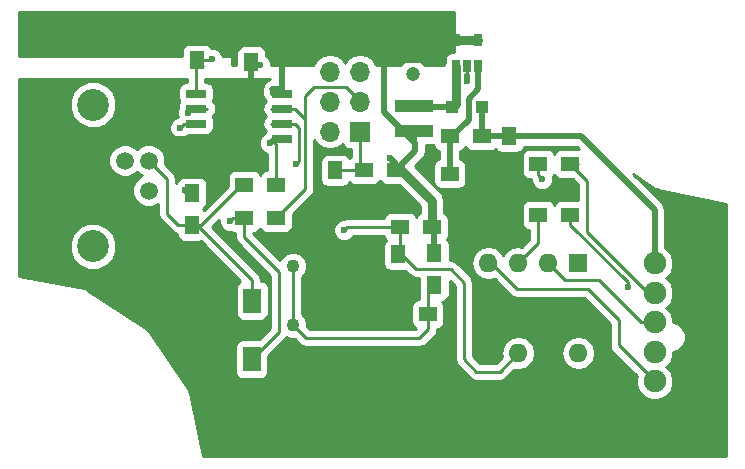
<source format=gbr>
G04 #@! TF.FileFunction,Copper,L1,Top,Signal*
%FSLAX46Y46*%
G04 Gerber Fmt 4.6, Leading zero omitted, Abs format (unit mm)*
G04 Created by KiCad (PCBNEW 4.0.4-stable) date 01/28/17 21:45:27*
%MOMM*%
%LPD*%
G01*
G04 APERTURE LIST*
%ADD10C,0.100000*%
%ADD11R,1.900000X1.900000*%
%ADD12C,1.900000*%
%ADD13R,1.600000X1.600000*%
%ADD14O,1.600000X1.600000*%
%ADD15R,2.500000X2.100000*%
%ADD16R,1.500000X2.100000*%
%ADD17R,0.650000X1.060000*%
%ADD18R,1.500000X1.300000*%
%ADD19R,1.250000X1.500000*%
%ADD20R,1.300000X1.500000*%
%ADD21R,1.200000X1.200000*%
%ADD22C,1.200000*%
%ADD23R,1.000000X1.000000*%
%ADD24R,1.700000X0.650000*%
%ADD25R,1.500000X1.250000*%
%ADD26C,1.100000*%
%ADD27C,1.520000*%
%ADD28C,2.700000*%
%ADD29R,1.700000X1.700000*%
%ADD30O,1.700000X1.700000*%
%ADD31R,3.200000X1.100000*%
%ADD32C,0.600000*%
%ADD33C,0.500000*%
%ADD34C,0.250000*%
%ADD35C,0.800000*%
%ADD36C,0.254000*%
G04 APERTURE END LIST*
D10*
D11*
X162427920Y-146248120D03*
D12*
X162427920Y-143748120D03*
X162427920Y-141248120D03*
X162427920Y-138748120D03*
X162427920Y-136248120D03*
X162427920Y-133748120D03*
D13*
X155956000Y-133731000D03*
D14*
X148336000Y-141351000D03*
X153416000Y-133731000D03*
X150876000Y-141351000D03*
X150876000Y-133731000D03*
X153416000Y-141351000D03*
X148336000Y-133731000D03*
X155956000Y-141351000D03*
D15*
X125690320Y-136900920D03*
D16*
X128350320Y-136900920D03*
D15*
X125639520Y-141879320D03*
D16*
X128299520Y-141879320D03*
D17*
X145608000Y-117051000D03*
X146558000Y-117051000D03*
X147508000Y-117051000D03*
X147508000Y-114851000D03*
X145608000Y-114851000D03*
D18*
X155274000Y-125349000D03*
X152574000Y-125349000D03*
X155274000Y-129667000D03*
X152574000Y-129667000D03*
X143590000Y-130683000D03*
X140890000Y-130683000D03*
X140542000Y-125857000D03*
X137842000Y-125857000D03*
D19*
X150114000Y-122996640D03*
X150114000Y-125496640D03*
X140716000Y-132989000D03*
X140716000Y-135489000D03*
X135382000Y-125877000D03*
X135382000Y-128377000D03*
X128270000Y-114193000D03*
X128270000Y-116693000D03*
D20*
X123261120Y-130503920D03*
X123261120Y-127803920D03*
D18*
X145081000Y-122966480D03*
X147781000Y-122966480D03*
X147781000Y-126151640D03*
X145081000Y-126151640D03*
X130382000Y-127127000D03*
X127682000Y-127127000D03*
X130382000Y-129921000D03*
X127682000Y-129921000D03*
D21*
X141930120Y-116174520D03*
D22*
X141930120Y-117674520D03*
D23*
X147808000Y-120523000D03*
X145308000Y-120523000D03*
D20*
X123698000Y-113839000D03*
X123698000Y-116539000D03*
D24*
X123604000Y-119380000D03*
X123604000Y-120650000D03*
X123604000Y-121920000D03*
X123604000Y-123190000D03*
X130904000Y-123190000D03*
X130904000Y-121920000D03*
X130904000Y-120650000D03*
X130904000Y-119380000D03*
D25*
X143236000Y-138049000D03*
X140736000Y-138049000D03*
D20*
X143764000Y-132889000D03*
X143764000Y-135589000D03*
D26*
X131826000Y-133985000D03*
X136826000Y-138985000D03*
X136826000Y-133985000D03*
X131826000Y-138985000D03*
D27*
X119578120Y-125039120D03*
X119578120Y-127579120D03*
X117578120Y-127579120D03*
X117578120Y-125039120D03*
D28*
X114878120Y-120309120D03*
X114878120Y-132309120D03*
D29*
X137459720Y-122600720D03*
D30*
X134919720Y-122600720D03*
X137459720Y-120060720D03*
X134919720Y-120060720D03*
X137459720Y-117520720D03*
X134919720Y-117520720D03*
D31*
X142057120Y-122507720D03*
X142057120Y-120407720D03*
D32*
X121533920Y-123286520D03*
X146558000Y-118343680D03*
X129032000Y-116967000D03*
X122936000Y-121031000D03*
X136144000Y-130937000D03*
X140025120Y-124785120D03*
X122270520Y-114574320D03*
X122651520Y-127528320D03*
X132080000Y-125349000D03*
X135128000Y-125603000D03*
X126492000Y-130175000D03*
X129839720Y-123540520D03*
X124937520Y-116428520D03*
X160167320Y-135757920D03*
X152908000Y-126619000D03*
X122270520Y-122270520D03*
D33*
X162427920Y-133748120D02*
X162427920Y-129204720D01*
X156219840Y-122996640D02*
X150114000Y-122996640D01*
X162427920Y-129204720D02*
X156219840Y-122996640D01*
X147781000Y-122966480D02*
X150083840Y-122966480D01*
X150083840Y-122966480D02*
X150114000Y-122996640D01*
X147808000Y-120523000D02*
X147808000Y-122939480D01*
X147808000Y-122939480D02*
X147781000Y-122966480D01*
X140736000Y-138049000D02*
X137762000Y-138049000D01*
X137762000Y-138049000D02*
X136826000Y-138985000D01*
X136826000Y-133985000D02*
X139212000Y-133985000D01*
X139212000Y-133985000D02*
X140716000Y-135489000D01*
X136826000Y-138985000D02*
X136826000Y-133985000D01*
X123604000Y-123190000D02*
X121630440Y-123190000D01*
X121630440Y-123190000D02*
X121533920Y-123286520D01*
X146558000Y-117805200D02*
X146558000Y-118343680D01*
X128270000Y-121285000D02*
X128270000Y-116693000D01*
X128270000Y-116693000D02*
X128544000Y-116967000D01*
X128544000Y-116967000D02*
X129032000Y-116967000D01*
D34*
X146558000Y-117051000D02*
X146558000Y-117805200D01*
X146558000Y-118343680D02*
X146629120Y-118414800D01*
X146558000Y-118343680D02*
X146629120Y-118414800D01*
D33*
X126492000Y-123063000D02*
X128270000Y-121285000D01*
X123731000Y-123063000D02*
X126492000Y-123063000D01*
X123604000Y-123190000D02*
X123731000Y-123063000D01*
D34*
X140716000Y-132989000D02*
X140990000Y-132989000D01*
X140990000Y-132989000D02*
X142234920Y-134233920D01*
X149306280Y-142920720D02*
X150876000Y-141351000D01*
X147340320Y-142920720D02*
X149306280Y-142920720D01*
X146298920Y-141879320D02*
X147340320Y-142920720D01*
X146298920Y-135376920D02*
X146298920Y-141879320D01*
X145155920Y-134233920D02*
X146298920Y-135376920D01*
X142234920Y-134233920D02*
X145155920Y-134233920D01*
X140716000Y-132989000D02*
X140890000Y-132815000D01*
X140890000Y-132815000D02*
X140890000Y-130683000D01*
X136398000Y-130683000D02*
X137668000Y-130683000D01*
X123317000Y-120650000D02*
X122936000Y-121031000D01*
X136144000Y-130937000D02*
X136398000Y-130683000D01*
X140890000Y-130683000D02*
X137668000Y-130683000D01*
X124554000Y-120650000D02*
X123317000Y-120650000D01*
D33*
X142057120Y-122507720D02*
X142057120Y-123464320D01*
X142057120Y-123464320D02*
X142158720Y-123565920D01*
X141930120Y-116174520D02*
X139821920Y-116174520D01*
X139491720Y-120898920D02*
X142158720Y-123565920D01*
X139491720Y-116504720D02*
X139491720Y-120898920D01*
X139821920Y-116174520D02*
X139491720Y-116504720D01*
X140025120Y-124785120D02*
X140542000Y-125302000D01*
X140542000Y-125302000D02*
X140542000Y-125857000D01*
X142158720Y-123565920D02*
X142158720Y-124240280D01*
X142158720Y-124240280D02*
X140542000Y-125857000D01*
X123005840Y-113839000D02*
X123698000Y-113839000D01*
X122270520Y-114574320D02*
X123005840Y-113839000D01*
X122651520Y-127528320D02*
X122927120Y-127803920D01*
X122927120Y-127803920D02*
X123261120Y-127803920D01*
X123999000Y-113839000D02*
X123698000Y-113839000D01*
X143590000Y-130683000D02*
X143764000Y-130857000D01*
X143764000Y-130857000D02*
X143764000Y-132889000D01*
X145295800Y-114851000D02*
X145608000Y-114851000D01*
X128270000Y-114193000D02*
X130068000Y-114193000D01*
X130904000Y-115029000D02*
X130904000Y-119380000D01*
X130068000Y-114193000D02*
X130904000Y-115029000D01*
X123698000Y-113839000D02*
X127916000Y-113839000D01*
X127916000Y-113839000D02*
X128270000Y-114193000D01*
X130048000Y-118999000D02*
X130523000Y-118999000D01*
X130523000Y-118999000D02*
X130904000Y-119380000D01*
D35*
X140542000Y-125857000D02*
X140970000Y-125857000D01*
X140970000Y-125857000D02*
X143590000Y-128477000D01*
X143590000Y-128477000D02*
X143590000Y-130683000D01*
X145608000Y-114851000D02*
X147508000Y-114851000D01*
D34*
X129954000Y-119380000D02*
X129954000Y-119093000D01*
X129954000Y-119093000D02*
X130048000Y-118999000D01*
X137459720Y-122600720D02*
X137459720Y-125474720D01*
X137459720Y-125474720D02*
X137842000Y-125857000D01*
X132334000Y-122301000D02*
X132334000Y-125095000D01*
X131953000Y-121920000D02*
X132334000Y-122301000D01*
X132334000Y-125095000D02*
X132080000Y-125349000D01*
X129954000Y-121920000D02*
X130751158Y-121920000D01*
X129954000Y-121920000D02*
X130683000Y-121920000D01*
X135128000Y-125603000D02*
X135382000Y-125857000D01*
X135382000Y-125857000D02*
X135382000Y-125877000D01*
X130904000Y-121920000D02*
X131953000Y-121920000D01*
X135818560Y-125877000D02*
X135382000Y-125877000D01*
X137842000Y-125857000D02*
X135402000Y-125857000D01*
X135402000Y-125857000D02*
X135382000Y-125877000D01*
X128350320Y-136900920D02*
X128350320Y-135182920D01*
X128350320Y-135182920D02*
X123671320Y-130503920D01*
X123671320Y-130503920D02*
X123261120Y-130503920D01*
X128807520Y-136917120D02*
X128807520Y-137002520D01*
X123261120Y-130503920D02*
X122071120Y-130503920D01*
X121127520Y-126588520D02*
X119578120Y-125039120D01*
X121127520Y-129560320D02*
X121127520Y-126588520D01*
X122071120Y-130503920D02*
X121127520Y-129560320D01*
X123261120Y-130503920D02*
X124044720Y-130503920D01*
X124044720Y-130503920D02*
X127421640Y-127127000D01*
X127421640Y-127127000D02*
X127682000Y-127127000D01*
X127682000Y-129921000D02*
X127682000Y-131517400D01*
X130652520Y-139526320D02*
X128299520Y-141879320D01*
X130652520Y-134487920D02*
X130652520Y-139526320D01*
X127682000Y-131517400D02*
X130652520Y-134487920D01*
X126746000Y-129921000D02*
X127682000Y-129921000D01*
X126492000Y-130175000D02*
X126746000Y-129921000D01*
X127254000Y-130349000D02*
X127682000Y-129921000D01*
D33*
X145308000Y-120523000D02*
X142316200Y-120523000D01*
X142316200Y-120523000D02*
X142158720Y-120365520D01*
D35*
X145608000Y-117051000D02*
X145608000Y-120223000D01*
X145608000Y-120223000D02*
X145308000Y-120523000D01*
D34*
X145608000Y-120223000D02*
X145308000Y-120523000D01*
D33*
X145081000Y-122966480D02*
X145081000Y-126151640D01*
X145081000Y-122966480D02*
X145298160Y-122966480D01*
X145298160Y-122966480D02*
X146685000Y-121579640D01*
X147508000Y-119004040D02*
X147508000Y-117051000D01*
X146685000Y-119827040D02*
X147508000Y-119004040D01*
X146685000Y-121579640D02*
X146685000Y-119827040D01*
D34*
X129839720Y-123540520D02*
X130190240Y-123190000D01*
X130190240Y-123190000D02*
X130904000Y-123190000D01*
X130683000Y-123190000D02*
X129954000Y-123190000D01*
X130382000Y-127127000D02*
X130382000Y-123618000D01*
X130382000Y-123618000D02*
X129954000Y-123190000D01*
X137459720Y-120060720D02*
X137459720Y-119984520D01*
X137459720Y-119984520D02*
X136316720Y-118841520D01*
X136316720Y-118841520D02*
X133573520Y-118841520D01*
X133573520Y-118841520D02*
X132842000Y-119573040D01*
X132842000Y-119573040D02*
X132842000Y-121539000D01*
X132842000Y-121539000D02*
X132842000Y-127461000D01*
X131953000Y-120650000D02*
X132842000Y-121539000D01*
X130904000Y-120650000D02*
X131953000Y-120650000D01*
X132842000Y-127461000D02*
X130382000Y-129921000D01*
X130937000Y-120650000D02*
X129954000Y-120650000D01*
X130382000Y-129921000D02*
X130556000Y-129921000D01*
X130937000Y-120650000D02*
X129954000Y-120650000D01*
X124937520Y-116428520D02*
X124827040Y-116539000D01*
X124827040Y-116539000D02*
X123698000Y-116539000D01*
X124206000Y-117047000D02*
X123698000Y-116539000D01*
X123698000Y-116539000D02*
X123604000Y-116633000D01*
X123604000Y-116633000D02*
X123604000Y-119380000D01*
X148336000Y-133731000D02*
X148590000Y-133731000D01*
X148590000Y-133731000D02*
X150794720Y-135935720D01*
X159379920Y-140700120D02*
X162427920Y-143748120D01*
X159379920Y-138526520D02*
X159379920Y-140700120D01*
X156789120Y-135935720D02*
X159379920Y-138526520D01*
X150794720Y-135935720D02*
X156789120Y-135935720D01*
X148844000Y-133731000D02*
X148336000Y-133731000D01*
X155274000Y-129667000D02*
X155274000Y-130458200D01*
X160167320Y-135351520D02*
X160167320Y-135757920D01*
X155274000Y-130458200D02*
X160167320Y-135351520D01*
X155274000Y-129667000D02*
X155524200Y-129667000D01*
X162427920Y-138748120D02*
X161277920Y-138748120D01*
X154858720Y-135173720D02*
X153416000Y-133731000D01*
X157703520Y-135173720D02*
X154858720Y-135173720D01*
X161277920Y-138748120D02*
X157703520Y-135173720D01*
X162427920Y-136248120D02*
X161902120Y-136248120D01*
X161902120Y-136248120D02*
X156738320Y-131084320D01*
X156738320Y-131084320D02*
X156738320Y-126813320D01*
X156738320Y-126813320D02*
X155274000Y-125349000D01*
X155274000Y-125349000D02*
X155930600Y-125349000D01*
X152574000Y-125349000D02*
X152574000Y-126285000D01*
X152574000Y-126285000D02*
X152908000Y-126619000D01*
X152574000Y-129667000D02*
X152574000Y-132033000D01*
X152574000Y-132033000D02*
X150876000Y-133731000D01*
X122621040Y-121920000D02*
X123604000Y-121920000D01*
X122270520Y-122270520D02*
X122621040Y-121920000D01*
X123604000Y-121920000D02*
X123477000Y-121793000D01*
X142494000Y-140081000D02*
X142240000Y-140081000D01*
X132922000Y-140081000D02*
X142240000Y-140081000D01*
X131826000Y-138985000D02*
X132922000Y-140081000D01*
X143256000Y-139319000D02*
X142494000Y-140081000D01*
X143256000Y-139319000D02*
X143256000Y-138069000D01*
X143236000Y-138049000D02*
X143256000Y-138069000D01*
X143764000Y-135589000D02*
X143236000Y-136117000D01*
X143236000Y-136117000D02*
X143236000Y-138049000D01*
X131826000Y-133985000D02*
X131826000Y-138985000D01*
D36*
G36*
X145415000Y-115873560D02*
X145283000Y-115873560D01*
X145047683Y-115917838D01*
X144831559Y-116056910D01*
X144686569Y-116269110D01*
X144635560Y-116521000D01*
X144635560Y-116736491D01*
X144589709Y-116967000D01*
X142968864Y-116967000D01*
X142630605Y-116628149D01*
X142176854Y-116439735D01*
X141685541Y-116439306D01*
X141231463Y-116626928D01*
X140890796Y-116967000D01*
X138863671Y-116967000D01*
X138860774Y-116952435D01*
X138538867Y-116470666D01*
X138057098Y-116148759D01*
X137488813Y-116035720D01*
X137430627Y-116035720D01*
X136862342Y-116148759D01*
X136380573Y-116470666D01*
X136189720Y-116756298D01*
X135998867Y-116470666D01*
X135517098Y-116148759D01*
X134948813Y-116035720D01*
X134890627Y-116035720D01*
X134322342Y-116148759D01*
X133840573Y-116470666D01*
X133518666Y-116952435D01*
X133515769Y-116967000D01*
X129967001Y-116967000D01*
X129967162Y-116781833D01*
X129825117Y-116438057D01*
X129562327Y-116174808D01*
X129542440Y-116166550D01*
X129542440Y-115943000D01*
X129498162Y-115707683D01*
X129359090Y-115491559D01*
X129146890Y-115346569D01*
X128895000Y-115295560D01*
X127645000Y-115295560D01*
X127409683Y-115339838D01*
X127193559Y-115478910D01*
X127048569Y-115691110D01*
X126997560Y-115943000D01*
X126997560Y-116967000D01*
X126619000Y-116967000D01*
X126619000Y-116332000D01*
X126608994Y-116282590D01*
X126580553Y-116240965D01*
X126538159Y-116213685D01*
X126492000Y-116205000D01*
X125856835Y-116205000D01*
X125730637Y-115899577D01*
X125467847Y-115636328D01*
X125124319Y-115493682D01*
X124912434Y-115493497D01*
X124812090Y-115337559D01*
X124599890Y-115192569D01*
X124348000Y-115141560D01*
X123048000Y-115141560D01*
X122812683Y-115185838D01*
X122596559Y-115324910D01*
X122451569Y-115537110D01*
X122400560Y-115789000D01*
X122400560Y-116205000D01*
X108629920Y-116205000D01*
X108629920Y-112465320D01*
X145415000Y-112465320D01*
X145415000Y-115873560D01*
X145415000Y-115873560D01*
G37*
X145415000Y-115873560D02*
X145283000Y-115873560D01*
X145047683Y-115917838D01*
X144831559Y-116056910D01*
X144686569Y-116269110D01*
X144635560Y-116521000D01*
X144635560Y-116736491D01*
X144589709Y-116967000D01*
X142968864Y-116967000D01*
X142630605Y-116628149D01*
X142176854Y-116439735D01*
X141685541Y-116439306D01*
X141231463Y-116626928D01*
X140890796Y-116967000D01*
X138863671Y-116967000D01*
X138860774Y-116952435D01*
X138538867Y-116470666D01*
X138057098Y-116148759D01*
X137488813Y-116035720D01*
X137430627Y-116035720D01*
X136862342Y-116148759D01*
X136380573Y-116470666D01*
X136189720Y-116756298D01*
X135998867Y-116470666D01*
X135517098Y-116148759D01*
X134948813Y-116035720D01*
X134890627Y-116035720D01*
X134322342Y-116148759D01*
X133840573Y-116470666D01*
X133518666Y-116952435D01*
X133515769Y-116967000D01*
X129967001Y-116967000D01*
X129967162Y-116781833D01*
X129825117Y-116438057D01*
X129562327Y-116174808D01*
X129542440Y-116166550D01*
X129542440Y-115943000D01*
X129498162Y-115707683D01*
X129359090Y-115491559D01*
X129146890Y-115346569D01*
X128895000Y-115295560D01*
X127645000Y-115295560D01*
X127409683Y-115339838D01*
X127193559Y-115478910D01*
X127048569Y-115691110D01*
X126997560Y-115943000D01*
X126997560Y-116967000D01*
X126619000Y-116967000D01*
X126619000Y-116332000D01*
X126608994Y-116282590D01*
X126580553Y-116240965D01*
X126538159Y-116213685D01*
X126492000Y-116205000D01*
X125856835Y-116205000D01*
X125730637Y-115899577D01*
X125467847Y-115636328D01*
X125124319Y-115493682D01*
X124912434Y-115493497D01*
X124812090Y-115337559D01*
X124599890Y-115192569D01*
X124348000Y-115141560D01*
X123048000Y-115141560D01*
X122812683Y-115185838D01*
X122596559Y-115324910D01*
X122451569Y-115537110D01*
X122400560Y-115789000D01*
X122400560Y-116205000D01*
X108629920Y-116205000D01*
X108629920Y-112465320D01*
X145415000Y-112465320D01*
X145415000Y-115873560D01*
G36*
X122844000Y-118407560D02*
X122754000Y-118407560D01*
X122518683Y-118451838D01*
X122302559Y-118590910D01*
X122157569Y-118803110D01*
X122106560Y-119055000D01*
X122106560Y-119705000D01*
X122150838Y-119940317D01*
X122198109Y-120013778D01*
X122157569Y-120073110D01*
X122106560Y-120325000D01*
X122106560Y-120590376D01*
X122001162Y-120844201D01*
X122000838Y-121216167D01*
X122055229Y-121347805D01*
X121741577Y-121477403D01*
X121478328Y-121740193D01*
X121335682Y-122083721D01*
X121335358Y-122455687D01*
X121477403Y-122799463D01*
X121740193Y-123062712D01*
X122083721Y-123205358D01*
X122455687Y-123205682D01*
X122799463Y-123063637D01*
X122970959Y-122892440D01*
X124454000Y-122892440D01*
X124689317Y-122848162D01*
X124905441Y-122709090D01*
X125050431Y-122496890D01*
X125101440Y-122245000D01*
X125101440Y-121595000D01*
X125057162Y-121359683D01*
X125009891Y-121286222D01*
X125050431Y-121226890D01*
X125053268Y-121212881D01*
X125091401Y-121187401D01*
X125256148Y-120940839D01*
X125314000Y-120650000D01*
X125256148Y-120359161D01*
X125091401Y-120112599D01*
X125057170Y-120089727D01*
X125057162Y-120089683D01*
X125009891Y-120016222D01*
X125050431Y-119956890D01*
X125101440Y-119705000D01*
X125101440Y-119055000D01*
X125057162Y-118819683D01*
X124918090Y-118603559D01*
X124705890Y-118458569D01*
X124454000Y-118407560D01*
X124364000Y-118407560D01*
X124364000Y-118155720D01*
X129838259Y-118155720D01*
X129709325Y-118181367D01*
X129422210Y-118373210D01*
X129230367Y-118660325D01*
X129163000Y-118999000D01*
X129194000Y-119154847D01*
X129194000Y-119380000D01*
X129251852Y-119670839D01*
X129416599Y-119917401D01*
X129450830Y-119940273D01*
X129450838Y-119940317D01*
X129498109Y-120013778D01*
X129457569Y-120073110D01*
X129454732Y-120087119D01*
X129416599Y-120112599D01*
X129251852Y-120359161D01*
X129194000Y-120650000D01*
X129251852Y-120940839D01*
X129416599Y-121187401D01*
X129450830Y-121210273D01*
X129450838Y-121210317D01*
X129498109Y-121283778D01*
X129457569Y-121343110D01*
X129454732Y-121357119D01*
X129416599Y-121382599D01*
X129251852Y-121629161D01*
X129194000Y-121920000D01*
X129251852Y-122210839D01*
X129416599Y-122457401D01*
X129450830Y-122480273D01*
X129450838Y-122480317D01*
X129498109Y-122553778D01*
X129457569Y-122613110D01*
X129454732Y-122627119D01*
X129416599Y-122652599D01*
X129369453Y-122723159D01*
X129310777Y-122747403D01*
X129047528Y-123010193D01*
X128904882Y-123353721D01*
X128904558Y-123725687D01*
X129046603Y-124069463D01*
X129309393Y-124332712D01*
X129622000Y-124462518D01*
X129622000Y-125831442D01*
X129396683Y-125873838D01*
X129180559Y-126012910D01*
X129035569Y-126225110D01*
X129032919Y-126238197D01*
X128896090Y-126025559D01*
X128683890Y-125880569D01*
X128432000Y-125829560D01*
X126932000Y-125829560D01*
X126696683Y-125873838D01*
X126480559Y-126012910D01*
X126335569Y-126225110D01*
X126284560Y-126477000D01*
X126284560Y-127189278D01*
X124254106Y-129219732D01*
X124163010Y-129157489D01*
X124149923Y-129154839D01*
X124362561Y-129018010D01*
X124507551Y-128805810D01*
X124558560Y-128553920D01*
X124558560Y-127053920D01*
X124514282Y-126818603D01*
X124375210Y-126602479D01*
X124163010Y-126457489D01*
X123911120Y-126406480D01*
X122611120Y-126406480D01*
X122375803Y-126450758D01*
X122159679Y-126589830D01*
X122014689Y-126802030D01*
X122004315Y-126853259D01*
X121887520Y-126969850D01*
X121887520Y-126588520D01*
X121829668Y-126297681D01*
X121753951Y-126184362D01*
X121664921Y-126051118D01*
X120960773Y-125346971D01*
X120972878Y-125317820D01*
X120973362Y-124762855D01*
X120761433Y-124249948D01*
X120369356Y-123857186D01*
X119856820Y-123644362D01*
X119301855Y-123643878D01*
X118788948Y-123855807D01*
X118578096Y-124066291D01*
X118369356Y-123857186D01*
X117856820Y-123644362D01*
X117301855Y-123643878D01*
X116788948Y-123855807D01*
X116396186Y-124247884D01*
X116183362Y-124760420D01*
X116182878Y-125315385D01*
X116394807Y-125828292D01*
X116786884Y-126221054D01*
X117299420Y-126433878D01*
X117854385Y-126434362D01*
X118367292Y-126222433D01*
X118578144Y-126011949D01*
X118786884Y-126221054D01*
X118998858Y-126309074D01*
X118788948Y-126395807D01*
X118396186Y-126787884D01*
X118183362Y-127300420D01*
X118182878Y-127855385D01*
X118394807Y-128368292D01*
X118786884Y-128761054D01*
X119299420Y-128973878D01*
X119854385Y-128974362D01*
X120367292Y-128762433D01*
X120367520Y-128762205D01*
X120367520Y-129560320D01*
X120425372Y-129851159D01*
X120590119Y-130097721D01*
X121533719Y-131041321D01*
X121780281Y-131206068D01*
X121963680Y-131242549D01*
X121963680Y-131253920D01*
X122007958Y-131489237D01*
X122147030Y-131705361D01*
X122359230Y-131850351D01*
X122611120Y-131901360D01*
X123911120Y-131901360D01*
X123980839Y-131888241D01*
X127350006Y-135257408D01*
X127148879Y-135386830D01*
X127003889Y-135599030D01*
X126952880Y-135850920D01*
X126952880Y-137950920D01*
X126997158Y-138186237D01*
X127136230Y-138402361D01*
X127348430Y-138547351D01*
X127600320Y-138598360D01*
X129100320Y-138598360D01*
X129335637Y-138554082D01*
X129551761Y-138415010D01*
X129696751Y-138202810D01*
X129747760Y-137950920D01*
X129747760Y-135850920D01*
X129703482Y-135615603D01*
X129564410Y-135399479D01*
X129352210Y-135254489D01*
X129110320Y-135205505D01*
X129110320Y-135182920D01*
X129091057Y-135086081D01*
X129052468Y-134892080D01*
X128887721Y-134645519D01*
X124932822Y-130690620D01*
X125557094Y-130066348D01*
X125556838Y-130360167D01*
X125698883Y-130703943D01*
X125961673Y-130967192D01*
X126305201Y-131109838D01*
X126596191Y-131110091D01*
X126680110Y-131167431D01*
X126922000Y-131216415D01*
X126922000Y-131517400D01*
X126979852Y-131808239D01*
X127144599Y-132054801D01*
X129892520Y-134802722D01*
X129892520Y-139211518D01*
X128922158Y-140181880D01*
X127549520Y-140181880D01*
X127314203Y-140226158D01*
X127098079Y-140365230D01*
X126953089Y-140577430D01*
X126902080Y-140829320D01*
X126902080Y-142929320D01*
X126946358Y-143164637D01*
X127085430Y-143380761D01*
X127297630Y-143525751D01*
X127549520Y-143576760D01*
X129049520Y-143576760D01*
X129284837Y-143532482D01*
X129500961Y-143393410D01*
X129645951Y-143181210D01*
X129696960Y-142929320D01*
X129696960Y-141556682D01*
X131189921Y-140063721D01*
X131221171Y-140016952D01*
X131589255Y-140169794D01*
X131936295Y-140170097D01*
X132384599Y-140618401D01*
X132631161Y-140783148D01*
X132922000Y-140841000D01*
X142494000Y-140841000D01*
X142784839Y-140783148D01*
X143031401Y-140618401D01*
X143793401Y-139856401D01*
X143958148Y-139609839D01*
X144016000Y-139319000D01*
X144016000Y-139315795D01*
X144221317Y-139277162D01*
X144437441Y-139138090D01*
X144582431Y-138925890D01*
X144633440Y-138674000D01*
X144633440Y-137424000D01*
X144589162Y-137188683D01*
X144454160Y-136978883D01*
X144649317Y-136942162D01*
X144865441Y-136803090D01*
X145010431Y-136590890D01*
X145061440Y-136339000D01*
X145061440Y-135214242D01*
X145538920Y-135691722D01*
X145538920Y-141879320D01*
X145596772Y-142170159D01*
X145761519Y-142416721D01*
X146802919Y-143458121D01*
X147049481Y-143622868D01*
X147340320Y-143680720D01*
X149306280Y-143680720D01*
X149597119Y-143622868D01*
X149843681Y-143458121D01*
X150552114Y-142749688D01*
X150876000Y-142814113D01*
X151425151Y-142704880D01*
X151890698Y-142393811D01*
X152201767Y-141928264D01*
X152311000Y-141379113D01*
X152311000Y-141322887D01*
X154521000Y-141322887D01*
X154521000Y-141379113D01*
X154630233Y-141928264D01*
X154941302Y-142393811D01*
X155406849Y-142704880D01*
X155956000Y-142814113D01*
X156505151Y-142704880D01*
X156970698Y-142393811D01*
X157281767Y-141928264D01*
X157391000Y-141379113D01*
X157391000Y-141322887D01*
X157281767Y-140773736D01*
X156970698Y-140308189D01*
X156505151Y-139997120D01*
X155956000Y-139887887D01*
X155406849Y-139997120D01*
X154941302Y-140308189D01*
X154630233Y-140773736D01*
X154521000Y-141322887D01*
X152311000Y-141322887D01*
X152201767Y-140773736D01*
X151890698Y-140308189D01*
X151425151Y-139997120D01*
X150876000Y-139887887D01*
X150326849Y-139997120D01*
X149861302Y-140308189D01*
X149550233Y-140773736D01*
X149441000Y-141322887D01*
X149441000Y-141379113D01*
X149496096Y-141656102D01*
X148991478Y-142160720D01*
X147655122Y-142160720D01*
X147058920Y-141564518D01*
X147058920Y-135376920D01*
X147001068Y-135086081D01*
X146836321Y-134839519D01*
X145693321Y-133696519D01*
X145446759Y-133531772D01*
X145155920Y-133473920D01*
X145061440Y-133473920D01*
X145061440Y-132139000D01*
X145017162Y-131903683D01*
X144878090Y-131687559D01*
X144870039Y-131682058D01*
X144936431Y-131584890D01*
X144987440Y-131333000D01*
X144987440Y-130033000D01*
X144943162Y-129797683D01*
X144804090Y-129581559D01*
X144625000Y-129459192D01*
X144625000Y-128477005D01*
X144625001Y-128477000D01*
X144546215Y-128080923D01*
X144480868Y-127983124D01*
X144321856Y-127745144D01*
X144321853Y-127745142D01*
X142113646Y-125536934D01*
X142784507Y-124866072D01*
X142784510Y-124866070D01*
X142976353Y-124578955D01*
X143043720Y-124240280D01*
X143043720Y-123705160D01*
X143657120Y-123705160D01*
X143698772Y-123697323D01*
X143727838Y-123851797D01*
X143866910Y-124067921D01*
X144079110Y-124212911D01*
X144196000Y-124236582D01*
X144196000Y-124879602D01*
X144095683Y-124898478D01*
X143879559Y-125037550D01*
X143734569Y-125249750D01*
X143683560Y-125501640D01*
X143683560Y-126801640D01*
X143727838Y-127036957D01*
X143866910Y-127253081D01*
X144079110Y-127398071D01*
X144331000Y-127449080D01*
X145831000Y-127449080D01*
X146066317Y-127404802D01*
X146282441Y-127265730D01*
X146427431Y-127053530D01*
X146478440Y-126801640D01*
X146478440Y-125501640D01*
X146434162Y-125266323D01*
X146295090Y-125050199D01*
X146082890Y-124905209D01*
X145966000Y-124881538D01*
X145966000Y-124238518D01*
X146066317Y-124219642D01*
X146282441Y-124080570D01*
X146427431Y-123868370D01*
X146430081Y-123855283D01*
X146566910Y-124067921D01*
X146779110Y-124212911D01*
X147031000Y-124263920D01*
X148531000Y-124263920D01*
X148766317Y-124219642D01*
X148959000Y-124095654D01*
X149024910Y-124198081D01*
X149237110Y-124343071D01*
X149489000Y-124394080D01*
X150739000Y-124394080D01*
X150974317Y-124349802D01*
X151190441Y-124210730D01*
X151335431Y-123998530D01*
X151359102Y-123881640D01*
X155853260Y-123881640D01*
X156023180Y-124051560D01*
X154524000Y-124051560D01*
X154288683Y-124095838D01*
X154072559Y-124234910D01*
X153927569Y-124447110D01*
X153924919Y-124460197D01*
X153788090Y-124247559D01*
X153575890Y-124102569D01*
X153324000Y-124051560D01*
X151824000Y-124051560D01*
X151588683Y-124095838D01*
X151372559Y-124234910D01*
X151227569Y-124447110D01*
X151176560Y-124699000D01*
X151176560Y-125999000D01*
X151220838Y-126234317D01*
X151359910Y-126450441D01*
X151572110Y-126595431D01*
X151824000Y-126646440D01*
X151919026Y-126646440D01*
X151972905Y-126727076D01*
X151972838Y-126804167D01*
X152114883Y-127147943D01*
X152377673Y-127411192D01*
X152721201Y-127553838D01*
X153093167Y-127554162D01*
X153436943Y-127412117D01*
X153700192Y-127149327D01*
X153842838Y-126805799D01*
X153843162Y-126433833D01*
X153825175Y-126390302D01*
X153920431Y-126250890D01*
X153923081Y-126237803D01*
X154059910Y-126450441D01*
X154272110Y-126595431D01*
X154524000Y-126646440D01*
X155496638Y-126646440D01*
X155978320Y-127128122D01*
X155978320Y-128369560D01*
X154524000Y-128369560D01*
X154288683Y-128413838D01*
X154072559Y-128552910D01*
X153927569Y-128765110D01*
X153924919Y-128778197D01*
X153788090Y-128565559D01*
X153575890Y-128420569D01*
X153324000Y-128369560D01*
X151824000Y-128369560D01*
X151588683Y-128413838D01*
X151372559Y-128552910D01*
X151227569Y-128765110D01*
X151176560Y-129017000D01*
X151176560Y-130317000D01*
X151220838Y-130552317D01*
X151359910Y-130768441D01*
X151572110Y-130913431D01*
X151814000Y-130962415D01*
X151814000Y-131718198D01*
X151199886Y-132332312D01*
X150876000Y-132267887D01*
X150326849Y-132377120D01*
X149861302Y-132688189D01*
X149606000Y-133070275D01*
X149350698Y-132688189D01*
X148885151Y-132377120D01*
X148336000Y-132267887D01*
X147786849Y-132377120D01*
X147321302Y-132688189D01*
X147010233Y-133153736D01*
X146901000Y-133702887D01*
X146901000Y-133759113D01*
X147010233Y-134308264D01*
X147321302Y-134773811D01*
X147786849Y-135084880D01*
X148336000Y-135194113D01*
X148871745Y-135087547D01*
X150257319Y-136473121D01*
X150503881Y-136637868D01*
X150794720Y-136695720D01*
X156474318Y-136695720D01*
X158619920Y-138841323D01*
X158619920Y-140700120D01*
X158677772Y-140990959D01*
X158842519Y-141237521D01*
X160899900Y-143294902D01*
X160843196Y-143431461D01*
X160842645Y-144062013D01*
X161083439Y-144644777D01*
X161528917Y-145091034D01*
X162111261Y-145332844D01*
X162741813Y-145333395D01*
X163324577Y-145092601D01*
X163770834Y-144647123D01*
X164012644Y-144064779D01*
X164013195Y-143434227D01*
X163772401Y-142851463D01*
X163419449Y-142497894D01*
X163770834Y-142147123D01*
X164012644Y-141564779D01*
X164012890Y-141283335D01*
X164022401Y-141283343D01*
X164494863Y-141088125D01*
X164856655Y-140726965D01*
X165052697Y-140254844D01*
X165053143Y-139743639D01*
X164857925Y-139271177D01*
X164496765Y-138909385D01*
X164024644Y-138713343D01*
X164012951Y-138713333D01*
X164013195Y-138434227D01*
X163772401Y-137851463D01*
X163419449Y-137497894D01*
X163770834Y-137147123D01*
X164012644Y-136564779D01*
X164013195Y-135934227D01*
X163772401Y-135351463D01*
X163419449Y-134997894D01*
X163770834Y-134647123D01*
X164012644Y-134064779D01*
X164013195Y-133434227D01*
X163772401Y-132851463D01*
X163326923Y-132405206D01*
X163312920Y-132399391D01*
X163312920Y-129204725D01*
X163312921Y-129204720D01*
X163245553Y-128866046D01*
X163245553Y-128866045D01*
X163053710Y-128578930D01*
X163053707Y-128578928D01*
X160623530Y-126148750D01*
X162492921Y-127414970D01*
X162646359Y-127479663D01*
X162739200Y-127518807D01*
X168448520Y-128691954D01*
X168448520Y-150084320D01*
X124151603Y-150084320D01*
X123067731Y-144727484D01*
X123016184Y-144604189D01*
X122964638Y-144480893D01*
X119600492Y-139481771D01*
X119410880Y-139293403D01*
X114389734Y-135962218D01*
X114377703Y-135957281D01*
X114142471Y-135860749D01*
X108629920Y-134783073D01*
X108629920Y-132702229D01*
X112892777Y-132702229D01*
X113194338Y-133432063D01*
X113752240Y-133990939D01*
X114481547Y-134293774D01*
X115271229Y-134294463D01*
X116001063Y-133992902D01*
X116559939Y-133435000D01*
X116862774Y-132705693D01*
X116863463Y-131916011D01*
X116561902Y-131186177D01*
X116004000Y-130627301D01*
X115274693Y-130324466D01*
X114485011Y-130323777D01*
X113755177Y-130625338D01*
X113196301Y-131183240D01*
X112893466Y-131912547D01*
X112892777Y-132702229D01*
X108629920Y-132702229D01*
X108629920Y-120702229D01*
X112892777Y-120702229D01*
X113194338Y-121432063D01*
X113752240Y-121990939D01*
X114481547Y-122293774D01*
X115271229Y-122294463D01*
X116001063Y-121992902D01*
X116559939Y-121435000D01*
X116862774Y-120705693D01*
X116863463Y-119916011D01*
X116561902Y-119186177D01*
X116004000Y-118627301D01*
X115274693Y-118324466D01*
X114485011Y-118323777D01*
X113755177Y-118625338D01*
X113196301Y-119183240D01*
X112893466Y-119912547D01*
X112892777Y-120702229D01*
X108629920Y-120702229D01*
X108629920Y-118155720D01*
X122844000Y-118155720D01*
X122844000Y-118407560D01*
X122844000Y-118407560D01*
G37*
X122844000Y-118407560D02*
X122754000Y-118407560D01*
X122518683Y-118451838D01*
X122302559Y-118590910D01*
X122157569Y-118803110D01*
X122106560Y-119055000D01*
X122106560Y-119705000D01*
X122150838Y-119940317D01*
X122198109Y-120013778D01*
X122157569Y-120073110D01*
X122106560Y-120325000D01*
X122106560Y-120590376D01*
X122001162Y-120844201D01*
X122000838Y-121216167D01*
X122055229Y-121347805D01*
X121741577Y-121477403D01*
X121478328Y-121740193D01*
X121335682Y-122083721D01*
X121335358Y-122455687D01*
X121477403Y-122799463D01*
X121740193Y-123062712D01*
X122083721Y-123205358D01*
X122455687Y-123205682D01*
X122799463Y-123063637D01*
X122970959Y-122892440D01*
X124454000Y-122892440D01*
X124689317Y-122848162D01*
X124905441Y-122709090D01*
X125050431Y-122496890D01*
X125101440Y-122245000D01*
X125101440Y-121595000D01*
X125057162Y-121359683D01*
X125009891Y-121286222D01*
X125050431Y-121226890D01*
X125053268Y-121212881D01*
X125091401Y-121187401D01*
X125256148Y-120940839D01*
X125314000Y-120650000D01*
X125256148Y-120359161D01*
X125091401Y-120112599D01*
X125057170Y-120089727D01*
X125057162Y-120089683D01*
X125009891Y-120016222D01*
X125050431Y-119956890D01*
X125101440Y-119705000D01*
X125101440Y-119055000D01*
X125057162Y-118819683D01*
X124918090Y-118603559D01*
X124705890Y-118458569D01*
X124454000Y-118407560D01*
X124364000Y-118407560D01*
X124364000Y-118155720D01*
X129838259Y-118155720D01*
X129709325Y-118181367D01*
X129422210Y-118373210D01*
X129230367Y-118660325D01*
X129163000Y-118999000D01*
X129194000Y-119154847D01*
X129194000Y-119380000D01*
X129251852Y-119670839D01*
X129416599Y-119917401D01*
X129450830Y-119940273D01*
X129450838Y-119940317D01*
X129498109Y-120013778D01*
X129457569Y-120073110D01*
X129454732Y-120087119D01*
X129416599Y-120112599D01*
X129251852Y-120359161D01*
X129194000Y-120650000D01*
X129251852Y-120940839D01*
X129416599Y-121187401D01*
X129450830Y-121210273D01*
X129450838Y-121210317D01*
X129498109Y-121283778D01*
X129457569Y-121343110D01*
X129454732Y-121357119D01*
X129416599Y-121382599D01*
X129251852Y-121629161D01*
X129194000Y-121920000D01*
X129251852Y-122210839D01*
X129416599Y-122457401D01*
X129450830Y-122480273D01*
X129450838Y-122480317D01*
X129498109Y-122553778D01*
X129457569Y-122613110D01*
X129454732Y-122627119D01*
X129416599Y-122652599D01*
X129369453Y-122723159D01*
X129310777Y-122747403D01*
X129047528Y-123010193D01*
X128904882Y-123353721D01*
X128904558Y-123725687D01*
X129046603Y-124069463D01*
X129309393Y-124332712D01*
X129622000Y-124462518D01*
X129622000Y-125831442D01*
X129396683Y-125873838D01*
X129180559Y-126012910D01*
X129035569Y-126225110D01*
X129032919Y-126238197D01*
X128896090Y-126025559D01*
X128683890Y-125880569D01*
X128432000Y-125829560D01*
X126932000Y-125829560D01*
X126696683Y-125873838D01*
X126480559Y-126012910D01*
X126335569Y-126225110D01*
X126284560Y-126477000D01*
X126284560Y-127189278D01*
X124254106Y-129219732D01*
X124163010Y-129157489D01*
X124149923Y-129154839D01*
X124362561Y-129018010D01*
X124507551Y-128805810D01*
X124558560Y-128553920D01*
X124558560Y-127053920D01*
X124514282Y-126818603D01*
X124375210Y-126602479D01*
X124163010Y-126457489D01*
X123911120Y-126406480D01*
X122611120Y-126406480D01*
X122375803Y-126450758D01*
X122159679Y-126589830D01*
X122014689Y-126802030D01*
X122004315Y-126853259D01*
X121887520Y-126969850D01*
X121887520Y-126588520D01*
X121829668Y-126297681D01*
X121753951Y-126184362D01*
X121664921Y-126051118D01*
X120960773Y-125346971D01*
X120972878Y-125317820D01*
X120973362Y-124762855D01*
X120761433Y-124249948D01*
X120369356Y-123857186D01*
X119856820Y-123644362D01*
X119301855Y-123643878D01*
X118788948Y-123855807D01*
X118578096Y-124066291D01*
X118369356Y-123857186D01*
X117856820Y-123644362D01*
X117301855Y-123643878D01*
X116788948Y-123855807D01*
X116396186Y-124247884D01*
X116183362Y-124760420D01*
X116182878Y-125315385D01*
X116394807Y-125828292D01*
X116786884Y-126221054D01*
X117299420Y-126433878D01*
X117854385Y-126434362D01*
X118367292Y-126222433D01*
X118578144Y-126011949D01*
X118786884Y-126221054D01*
X118998858Y-126309074D01*
X118788948Y-126395807D01*
X118396186Y-126787884D01*
X118183362Y-127300420D01*
X118182878Y-127855385D01*
X118394807Y-128368292D01*
X118786884Y-128761054D01*
X119299420Y-128973878D01*
X119854385Y-128974362D01*
X120367292Y-128762433D01*
X120367520Y-128762205D01*
X120367520Y-129560320D01*
X120425372Y-129851159D01*
X120590119Y-130097721D01*
X121533719Y-131041321D01*
X121780281Y-131206068D01*
X121963680Y-131242549D01*
X121963680Y-131253920D01*
X122007958Y-131489237D01*
X122147030Y-131705361D01*
X122359230Y-131850351D01*
X122611120Y-131901360D01*
X123911120Y-131901360D01*
X123980839Y-131888241D01*
X127350006Y-135257408D01*
X127148879Y-135386830D01*
X127003889Y-135599030D01*
X126952880Y-135850920D01*
X126952880Y-137950920D01*
X126997158Y-138186237D01*
X127136230Y-138402361D01*
X127348430Y-138547351D01*
X127600320Y-138598360D01*
X129100320Y-138598360D01*
X129335637Y-138554082D01*
X129551761Y-138415010D01*
X129696751Y-138202810D01*
X129747760Y-137950920D01*
X129747760Y-135850920D01*
X129703482Y-135615603D01*
X129564410Y-135399479D01*
X129352210Y-135254489D01*
X129110320Y-135205505D01*
X129110320Y-135182920D01*
X129091057Y-135086081D01*
X129052468Y-134892080D01*
X128887721Y-134645519D01*
X124932822Y-130690620D01*
X125557094Y-130066348D01*
X125556838Y-130360167D01*
X125698883Y-130703943D01*
X125961673Y-130967192D01*
X126305201Y-131109838D01*
X126596191Y-131110091D01*
X126680110Y-131167431D01*
X126922000Y-131216415D01*
X126922000Y-131517400D01*
X126979852Y-131808239D01*
X127144599Y-132054801D01*
X129892520Y-134802722D01*
X129892520Y-139211518D01*
X128922158Y-140181880D01*
X127549520Y-140181880D01*
X127314203Y-140226158D01*
X127098079Y-140365230D01*
X126953089Y-140577430D01*
X126902080Y-140829320D01*
X126902080Y-142929320D01*
X126946358Y-143164637D01*
X127085430Y-143380761D01*
X127297630Y-143525751D01*
X127549520Y-143576760D01*
X129049520Y-143576760D01*
X129284837Y-143532482D01*
X129500961Y-143393410D01*
X129645951Y-143181210D01*
X129696960Y-142929320D01*
X129696960Y-141556682D01*
X131189921Y-140063721D01*
X131221171Y-140016952D01*
X131589255Y-140169794D01*
X131936295Y-140170097D01*
X132384599Y-140618401D01*
X132631161Y-140783148D01*
X132922000Y-140841000D01*
X142494000Y-140841000D01*
X142784839Y-140783148D01*
X143031401Y-140618401D01*
X143793401Y-139856401D01*
X143958148Y-139609839D01*
X144016000Y-139319000D01*
X144016000Y-139315795D01*
X144221317Y-139277162D01*
X144437441Y-139138090D01*
X144582431Y-138925890D01*
X144633440Y-138674000D01*
X144633440Y-137424000D01*
X144589162Y-137188683D01*
X144454160Y-136978883D01*
X144649317Y-136942162D01*
X144865441Y-136803090D01*
X145010431Y-136590890D01*
X145061440Y-136339000D01*
X145061440Y-135214242D01*
X145538920Y-135691722D01*
X145538920Y-141879320D01*
X145596772Y-142170159D01*
X145761519Y-142416721D01*
X146802919Y-143458121D01*
X147049481Y-143622868D01*
X147340320Y-143680720D01*
X149306280Y-143680720D01*
X149597119Y-143622868D01*
X149843681Y-143458121D01*
X150552114Y-142749688D01*
X150876000Y-142814113D01*
X151425151Y-142704880D01*
X151890698Y-142393811D01*
X152201767Y-141928264D01*
X152311000Y-141379113D01*
X152311000Y-141322887D01*
X154521000Y-141322887D01*
X154521000Y-141379113D01*
X154630233Y-141928264D01*
X154941302Y-142393811D01*
X155406849Y-142704880D01*
X155956000Y-142814113D01*
X156505151Y-142704880D01*
X156970698Y-142393811D01*
X157281767Y-141928264D01*
X157391000Y-141379113D01*
X157391000Y-141322887D01*
X157281767Y-140773736D01*
X156970698Y-140308189D01*
X156505151Y-139997120D01*
X155956000Y-139887887D01*
X155406849Y-139997120D01*
X154941302Y-140308189D01*
X154630233Y-140773736D01*
X154521000Y-141322887D01*
X152311000Y-141322887D01*
X152201767Y-140773736D01*
X151890698Y-140308189D01*
X151425151Y-139997120D01*
X150876000Y-139887887D01*
X150326849Y-139997120D01*
X149861302Y-140308189D01*
X149550233Y-140773736D01*
X149441000Y-141322887D01*
X149441000Y-141379113D01*
X149496096Y-141656102D01*
X148991478Y-142160720D01*
X147655122Y-142160720D01*
X147058920Y-141564518D01*
X147058920Y-135376920D01*
X147001068Y-135086081D01*
X146836321Y-134839519D01*
X145693321Y-133696519D01*
X145446759Y-133531772D01*
X145155920Y-133473920D01*
X145061440Y-133473920D01*
X145061440Y-132139000D01*
X145017162Y-131903683D01*
X144878090Y-131687559D01*
X144870039Y-131682058D01*
X144936431Y-131584890D01*
X144987440Y-131333000D01*
X144987440Y-130033000D01*
X144943162Y-129797683D01*
X144804090Y-129581559D01*
X144625000Y-129459192D01*
X144625000Y-128477005D01*
X144625001Y-128477000D01*
X144546215Y-128080923D01*
X144480868Y-127983124D01*
X144321856Y-127745144D01*
X144321853Y-127745142D01*
X142113646Y-125536934D01*
X142784507Y-124866072D01*
X142784510Y-124866070D01*
X142976353Y-124578955D01*
X143043720Y-124240280D01*
X143043720Y-123705160D01*
X143657120Y-123705160D01*
X143698772Y-123697323D01*
X143727838Y-123851797D01*
X143866910Y-124067921D01*
X144079110Y-124212911D01*
X144196000Y-124236582D01*
X144196000Y-124879602D01*
X144095683Y-124898478D01*
X143879559Y-125037550D01*
X143734569Y-125249750D01*
X143683560Y-125501640D01*
X143683560Y-126801640D01*
X143727838Y-127036957D01*
X143866910Y-127253081D01*
X144079110Y-127398071D01*
X144331000Y-127449080D01*
X145831000Y-127449080D01*
X146066317Y-127404802D01*
X146282441Y-127265730D01*
X146427431Y-127053530D01*
X146478440Y-126801640D01*
X146478440Y-125501640D01*
X146434162Y-125266323D01*
X146295090Y-125050199D01*
X146082890Y-124905209D01*
X145966000Y-124881538D01*
X145966000Y-124238518D01*
X146066317Y-124219642D01*
X146282441Y-124080570D01*
X146427431Y-123868370D01*
X146430081Y-123855283D01*
X146566910Y-124067921D01*
X146779110Y-124212911D01*
X147031000Y-124263920D01*
X148531000Y-124263920D01*
X148766317Y-124219642D01*
X148959000Y-124095654D01*
X149024910Y-124198081D01*
X149237110Y-124343071D01*
X149489000Y-124394080D01*
X150739000Y-124394080D01*
X150974317Y-124349802D01*
X151190441Y-124210730D01*
X151335431Y-123998530D01*
X151359102Y-123881640D01*
X155853260Y-123881640D01*
X156023180Y-124051560D01*
X154524000Y-124051560D01*
X154288683Y-124095838D01*
X154072559Y-124234910D01*
X153927569Y-124447110D01*
X153924919Y-124460197D01*
X153788090Y-124247559D01*
X153575890Y-124102569D01*
X153324000Y-124051560D01*
X151824000Y-124051560D01*
X151588683Y-124095838D01*
X151372559Y-124234910D01*
X151227569Y-124447110D01*
X151176560Y-124699000D01*
X151176560Y-125999000D01*
X151220838Y-126234317D01*
X151359910Y-126450441D01*
X151572110Y-126595431D01*
X151824000Y-126646440D01*
X151919026Y-126646440D01*
X151972905Y-126727076D01*
X151972838Y-126804167D01*
X152114883Y-127147943D01*
X152377673Y-127411192D01*
X152721201Y-127553838D01*
X153093167Y-127554162D01*
X153436943Y-127412117D01*
X153700192Y-127149327D01*
X153842838Y-126805799D01*
X153843162Y-126433833D01*
X153825175Y-126390302D01*
X153920431Y-126250890D01*
X153923081Y-126237803D01*
X154059910Y-126450441D01*
X154272110Y-126595431D01*
X154524000Y-126646440D01*
X155496638Y-126646440D01*
X155978320Y-127128122D01*
X155978320Y-128369560D01*
X154524000Y-128369560D01*
X154288683Y-128413838D01*
X154072559Y-128552910D01*
X153927569Y-128765110D01*
X153924919Y-128778197D01*
X153788090Y-128565559D01*
X153575890Y-128420569D01*
X153324000Y-128369560D01*
X151824000Y-128369560D01*
X151588683Y-128413838D01*
X151372559Y-128552910D01*
X151227569Y-128765110D01*
X151176560Y-129017000D01*
X151176560Y-130317000D01*
X151220838Y-130552317D01*
X151359910Y-130768441D01*
X151572110Y-130913431D01*
X151814000Y-130962415D01*
X151814000Y-131718198D01*
X151199886Y-132332312D01*
X150876000Y-132267887D01*
X150326849Y-132377120D01*
X149861302Y-132688189D01*
X149606000Y-133070275D01*
X149350698Y-132688189D01*
X148885151Y-132377120D01*
X148336000Y-132267887D01*
X147786849Y-132377120D01*
X147321302Y-132688189D01*
X147010233Y-133153736D01*
X146901000Y-133702887D01*
X146901000Y-133759113D01*
X147010233Y-134308264D01*
X147321302Y-134773811D01*
X147786849Y-135084880D01*
X148336000Y-135194113D01*
X148871745Y-135087547D01*
X150257319Y-136473121D01*
X150503881Y-136637868D01*
X150794720Y-136695720D01*
X156474318Y-136695720D01*
X158619920Y-138841323D01*
X158619920Y-140700120D01*
X158677772Y-140990959D01*
X158842519Y-141237521D01*
X160899900Y-143294902D01*
X160843196Y-143431461D01*
X160842645Y-144062013D01*
X161083439Y-144644777D01*
X161528917Y-145091034D01*
X162111261Y-145332844D01*
X162741813Y-145333395D01*
X163324577Y-145092601D01*
X163770834Y-144647123D01*
X164012644Y-144064779D01*
X164013195Y-143434227D01*
X163772401Y-142851463D01*
X163419449Y-142497894D01*
X163770834Y-142147123D01*
X164012644Y-141564779D01*
X164012890Y-141283335D01*
X164022401Y-141283343D01*
X164494863Y-141088125D01*
X164856655Y-140726965D01*
X165052697Y-140254844D01*
X165053143Y-139743639D01*
X164857925Y-139271177D01*
X164496765Y-138909385D01*
X164024644Y-138713343D01*
X164012951Y-138713333D01*
X164013195Y-138434227D01*
X163772401Y-137851463D01*
X163419449Y-137497894D01*
X163770834Y-137147123D01*
X164012644Y-136564779D01*
X164013195Y-135934227D01*
X163772401Y-135351463D01*
X163419449Y-134997894D01*
X163770834Y-134647123D01*
X164012644Y-134064779D01*
X164013195Y-133434227D01*
X163772401Y-132851463D01*
X163326923Y-132405206D01*
X163312920Y-132399391D01*
X163312920Y-129204725D01*
X163312921Y-129204720D01*
X163245553Y-128866046D01*
X163245553Y-128866045D01*
X163053710Y-128578930D01*
X163053707Y-128578928D01*
X160623530Y-126148750D01*
X162492921Y-127414970D01*
X162646359Y-127479663D01*
X162739200Y-127518807D01*
X168448520Y-128691954D01*
X168448520Y-150084320D01*
X124151603Y-150084320D01*
X123067731Y-144727484D01*
X123016184Y-144604189D01*
X122964638Y-144480893D01*
X119600492Y-139481771D01*
X119410880Y-139293403D01*
X114389734Y-135962218D01*
X114377703Y-135957281D01*
X114142471Y-135860749D01*
X108629920Y-134783073D01*
X108629920Y-132702229D01*
X112892777Y-132702229D01*
X113194338Y-133432063D01*
X113752240Y-133990939D01*
X114481547Y-134293774D01*
X115271229Y-134294463D01*
X116001063Y-133992902D01*
X116559939Y-133435000D01*
X116862774Y-132705693D01*
X116863463Y-131916011D01*
X116561902Y-131186177D01*
X116004000Y-130627301D01*
X115274693Y-130324466D01*
X114485011Y-130323777D01*
X113755177Y-130625338D01*
X113196301Y-131183240D01*
X112893466Y-131912547D01*
X112892777Y-132702229D01*
X108629920Y-132702229D01*
X108629920Y-120702229D01*
X112892777Y-120702229D01*
X113194338Y-121432063D01*
X113752240Y-121990939D01*
X114481547Y-122293774D01*
X115271229Y-122294463D01*
X116001063Y-121992902D01*
X116559939Y-121435000D01*
X116862774Y-120705693D01*
X116863463Y-119916011D01*
X116561902Y-119186177D01*
X116004000Y-118627301D01*
X115274693Y-118324466D01*
X114485011Y-118323777D01*
X113755177Y-118625338D01*
X113196301Y-119183240D01*
X112893466Y-119912547D01*
X112892777Y-120702229D01*
X108629920Y-120702229D01*
X108629920Y-118155720D01*
X122844000Y-118155720D01*
X122844000Y-118407560D01*
G36*
X133840573Y-123650774D02*
X134322342Y-123972681D01*
X134890627Y-124085720D01*
X134948813Y-124085720D01*
X135517098Y-123972681D01*
X135998867Y-123650774D01*
X135999691Y-123649541D01*
X136006558Y-123686037D01*
X136145630Y-123902161D01*
X136357830Y-124047151D01*
X136609720Y-124098160D01*
X136699720Y-124098160D01*
X136699720Y-124704841D01*
X136640559Y-124742910D01*
X136575603Y-124837977D01*
X136471090Y-124675559D01*
X136258890Y-124530569D01*
X136007000Y-124479560D01*
X134757000Y-124479560D01*
X134521683Y-124523838D01*
X134305559Y-124662910D01*
X134160569Y-124875110D01*
X134109560Y-125127000D01*
X134109560Y-126627000D01*
X134153838Y-126862317D01*
X134292910Y-127078441D01*
X134505110Y-127223431D01*
X134757000Y-127274440D01*
X136007000Y-127274440D01*
X136242317Y-127230162D01*
X136458441Y-127091090D01*
X136589675Y-126899022D01*
X136627910Y-126958441D01*
X136840110Y-127103431D01*
X137092000Y-127154440D01*
X138592000Y-127154440D01*
X138827317Y-127110162D01*
X139043441Y-126971090D01*
X139188431Y-126758890D01*
X139191081Y-126745803D01*
X139327910Y-126958441D01*
X139540110Y-127103431D01*
X139792000Y-127154440D01*
X140803728Y-127154440D01*
X142555000Y-128905711D01*
X142555000Y-129461808D01*
X142388559Y-129568910D01*
X142243569Y-129781110D01*
X142240919Y-129794197D01*
X142104090Y-129581559D01*
X141891890Y-129436569D01*
X141640000Y-129385560D01*
X140140000Y-129385560D01*
X139904683Y-129429838D01*
X139688559Y-129568910D01*
X139543569Y-129781110D01*
X139514836Y-129923000D01*
X136398000Y-129923000D01*
X136107160Y-129980852D01*
X136075600Y-130001940D01*
X135958833Y-130001838D01*
X135615057Y-130143883D01*
X135351808Y-130406673D01*
X135209162Y-130750201D01*
X135208838Y-131122167D01*
X135350883Y-131465943D01*
X135613673Y-131729192D01*
X135957201Y-131871838D01*
X136329167Y-131872162D01*
X136672943Y-131730117D01*
X136936192Y-131467327D01*
X136946294Y-131443000D01*
X139513258Y-131443000D01*
X139536838Y-131568317D01*
X139660929Y-131761159D01*
X139639559Y-131774910D01*
X139494569Y-131987110D01*
X139443560Y-132239000D01*
X139443560Y-133739000D01*
X139487838Y-133974317D01*
X139626910Y-134190441D01*
X139839110Y-134335431D01*
X140091000Y-134386440D01*
X141312638Y-134386440D01*
X141697519Y-134771321D01*
X141944081Y-134936068D01*
X142234920Y-134993920D01*
X142466560Y-134993920D01*
X142466560Y-136339000D01*
X142476000Y-136389169D01*
X142476000Y-136778442D01*
X142250683Y-136820838D01*
X142034559Y-136959910D01*
X141889569Y-137172110D01*
X141838560Y-137424000D01*
X141838560Y-138674000D01*
X141882838Y-138909317D01*
X142021910Y-139125441D01*
X142231530Y-139268668D01*
X142179198Y-139321000D01*
X133236802Y-139321000D01*
X133010905Y-139095103D01*
X133011206Y-138750323D01*
X132831180Y-138314628D01*
X132586000Y-138069020D01*
X132586000Y-134900708D01*
X132830009Y-134657125D01*
X133010794Y-134221745D01*
X133011206Y-133750323D01*
X132831180Y-133314628D01*
X132498125Y-132980991D01*
X132062745Y-132800206D01*
X131591323Y-132799794D01*
X131155628Y-132979820D01*
X130821991Y-133312875D01*
X130742856Y-133503454D01*
X128453750Y-131214348D01*
X128667317Y-131174162D01*
X128883441Y-131035090D01*
X129028431Y-130822890D01*
X129031081Y-130809803D01*
X129167910Y-131022441D01*
X129380110Y-131167431D01*
X129632000Y-131218440D01*
X131132000Y-131218440D01*
X131367317Y-131174162D01*
X131583441Y-131035090D01*
X131728431Y-130822890D01*
X131779440Y-130571000D01*
X131779440Y-129598362D01*
X133379401Y-127998401D01*
X133544148Y-127751840D01*
X133602000Y-127461000D01*
X133602000Y-123293723D01*
X133840573Y-123650774D01*
X133840573Y-123650774D01*
G37*
X133840573Y-123650774D02*
X134322342Y-123972681D01*
X134890627Y-124085720D01*
X134948813Y-124085720D01*
X135517098Y-123972681D01*
X135998867Y-123650774D01*
X135999691Y-123649541D01*
X136006558Y-123686037D01*
X136145630Y-123902161D01*
X136357830Y-124047151D01*
X136609720Y-124098160D01*
X136699720Y-124098160D01*
X136699720Y-124704841D01*
X136640559Y-124742910D01*
X136575603Y-124837977D01*
X136471090Y-124675559D01*
X136258890Y-124530569D01*
X136007000Y-124479560D01*
X134757000Y-124479560D01*
X134521683Y-124523838D01*
X134305559Y-124662910D01*
X134160569Y-124875110D01*
X134109560Y-125127000D01*
X134109560Y-126627000D01*
X134153838Y-126862317D01*
X134292910Y-127078441D01*
X134505110Y-127223431D01*
X134757000Y-127274440D01*
X136007000Y-127274440D01*
X136242317Y-127230162D01*
X136458441Y-127091090D01*
X136589675Y-126899022D01*
X136627910Y-126958441D01*
X136840110Y-127103431D01*
X137092000Y-127154440D01*
X138592000Y-127154440D01*
X138827317Y-127110162D01*
X139043441Y-126971090D01*
X139188431Y-126758890D01*
X139191081Y-126745803D01*
X139327910Y-126958441D01*
X139540110Y-127103431D01*
X139792000Y-127154440D01*
X140803728Y-127154440D01*
X142555000Y-128905711D01*
X142555000Y-129461808D01*
X142388559Y-129568910D01*
X142243569Y-129781110D01*
X142240919Y-129794197D01*
X142104090Y-129581559D01*
X141891890Y-129436569D01*
X141640000Y-129385560D01*
X140140000Y-129385560D01*
X139904683Y-129429838D01*
X139688559Y-129568910D01*
X139543569Y-129781110D01*
X139514836Y-129923000D01*
X136398000Y-129923000D01*
X136107160Y-129980852D01*
X136075600Y-130001940D01*
X135958833Y-130001838D01*
X135615057Y-130143883D01*
X135351808Y-130406673D01*
X135209162Y-130750201D01*
X135208838Y-131122167D01*
X135350883Y-131465943D01*
X135613673Y-131729192D01*
X135957201Y-131871838D01*
X136329167Y-131872162D01*
X136672943Y-131730117D01*
X136936192Y-131467327D01*
X136946294Y-131443000D01*
X139513258Y-131443000D01*
X139536838Y-131568317D01*
X139660929Y-131761159D01*
X139639559Y-131774910D01*
X139494569Y-131987110D01*
X139443560Y-132239000D01*
X139443560Y-133739000D01*
X139487838Y-133974317D01*
X139626910Y-134190441D01*
X139839110Y-134335431D01*
X140091000Y-134386440D01*
X141312638Y-134386440D01*
X141697519Y-134771321D01*
X141944081Y-134936068D01*
X142234920Y-134993920D01*
X142466560Y-134993920D01*
X142466560Y-136339000D01*
X142476000Y-136389169D01*
X142476000Y-136778442D01*
X142250683Y-136820838D01*
X142034559Y-136959910D01*
X141889569Y-137172110D01*
X141838560Y-137424000D01*
X141838560Y-138674000D01*
X141882838Y-138909317D01*
X142021910Y-139125441D01*
X142231530Y-139268668D01*
X142179198Y-139321000D01*
X133236802Y-139321000D01*
X133010905Y-139095103D01*
X133011206Y-138750323D01*
X132831180Y-138314628D01*
X132586000Y-138069020D01*
X132586000Y-134900708D01*
X132830009Y-134657125D01*
X133010794Y-134221745D01*
X133011206Y-133750323D01*
X132831180Y-133314628D01*
X132498125Y-132980991D01*
X132062745Y-132800206D01*
X131591323Y-132799794D01*
X131155628Y-132979820D01*
X130821991Y-133312875D01*
X130742856Y-133503454D01*
X128453750Y-131214348D01*
X128667317Y-131174162D01*
X128883441Y-131035090D01*
X129028431Y-130822890D01*
X129031081Y-130809803D01*
X129167910Y-131022441D01*
X129380110Y-131167431D01*
X129632000Y-131218440D01*
X131132000Y-131218440D01*
X131367317Y-131174162D01*
X131583441Y-131035090D01*
X131728431Y-130822890D01*
X131779440Y-130571000D01*
X131779440Y-129598362D01*
X133379401Y-127998401D01*
X133544148Y-127751840D01*
X133602000Y-127461000D01*
X133602000Y-123293723D01*
X133840573Y-123650774D01*
M02*

</source>
